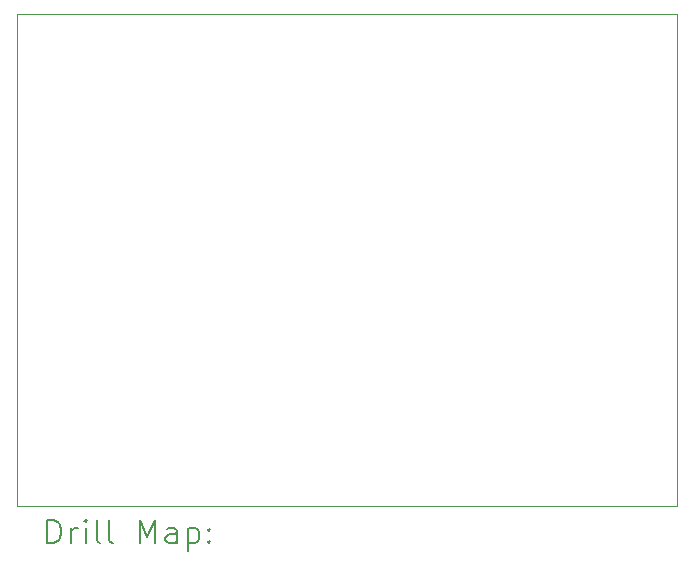
<source format=gbr>
%TF.GenerationSoftware,KiCad,Pcbnew,7.0.10*%
%TF.CreationDate,2024-03-12T12:38:01-06:00*%
%TF.ProjectId,ARXCarrierBoard,41525843-6172-4726-9965-72426f617264,rev?*%
%TF.SameCoordinates,Original*%
%TF.FileFunction,Drillmap*%
%TF.FilePolarity,Positive*%
%FSLAX45Y45*%
G04 Gerber Fmt 4.5, Leading zero omitted, Abs format (unit mm)*
G04 Created by KiCad (PCBNEW 7.0.10) date 2024-03-12 12:38:01*
%MOMM*%
%LPD*%
G01*
G04 APERTURE LIST*
%ADD10C,0.100000*%
%ADD11C,0.200000*%
G04 APERTURE END LIST*
D10*
X16789400Y-6350000D02*
X22377400Y-6350000D01*
X22377400Y-10515600D01*
X16789400Y-10515600D01*
X16789400Y-6350000D01*
D11*
X17045177Y-10832084D02*
X17045177Y-10632084D01*
X17045177Y-10632084D02*
X17092796Y-10632084D01*
X17092796Y-10632084D02*
X17121367Y-10641608D01*
X17121367Y-10641608D02*
X17140415Y-10660655D01*
X17140415Y-10660655D02*
X17149939Y-10679703D01*
X17149939Y-10679703D02*
X17159463Y-10717798D01*
X17159463Y-10717798D02*
X17159463Y-10746370D01*
X17159463Y-10746370D02*
X17149939Y-10784465D01*
X17149939Y-10784465D02*
X17140415Y-10803512D01*
X17140415Y-10803512D02*
X17121367Y-10822560D01*
X17121367Y-10822560D02*
X17092796Y-10832084D01*
X17092796Y-10832084D02*
X17045177Y-10832084D01*
X17245177Y-10832084D02*
X17245177Y-10698750D01*
X17245177Y-10736846D02*
X17254701Y-10717798D01*
X17254701Y-10717798D02*
X17264224Y-10708274D01*
X17264224Y-10708274D02*
X17283272Y-10698750D01*
X17283272Y-10698750D02*
X17302320Y-10698750D01*
X17368986Y-10832084D02*
X17368986Y-10698750D01*
X17368986Y-10632084D02*
X17359463Y-10641608D01*
X17359463Y-10641608D02*
X17368986Y-10651131D01*
X17368986Y-10651131D02*
X17378510Y-10641608D01*
X17378510Y-10641608D02*
X17368986Y-10632084D01*
X17368986Y-10632084D02*
X17368986Y-10651131D01*
X17492796Y-10832084D02*
X17473748Y-10822560D01*
X17473748Y-10822560D02*
X17464224Y-10803512D01*
X17464224Y-10803512D02*
X17464224Y-10632084D01*
X17597558Y-10832084D02*
X17578510Y-10822560D01*
X17578510Y-10822560D02*
X17568986Y-10803512D01*
X17568986Y-10803512D02*
X17568986Y-10632084D01*
X17826129Y-10832084D02*
X17826129Y-10632084D01*
X17826129Y-10632084D02*
X17892796Y-10774941D01*
X17892796Y-10774941D02*
X17959463Y-10632084D01*
X17959463Y-10632084D02*
X17959463Y-10832084D01*
X18140415Y-10832084D02*
X18140415Y-10727322D01*
X18140415Y-10727322D02*
X18130891Y-10708274D01*
X18130891Y-10708274D02*
X18111844Y-10698750D01*
X18111844Y-10698750D02*
X18073748Y-10698750D01*
X18073748Y-10698750D02*
X18054701Y-10708274D01*
X18140415Y-10822560D02*
X18121367Y-10832084D01*
X18121367Y-10832084D02*
X18073748Y-10832084D01*
X18073748Y-10832084D02*
X18054701Y-10822560D01*
X18054701Y-10822560D02*
X18045177Y-10803512D01*
X18045177Y-10803512D02*
X18045177Y-10784465D01*
X18045177Y-10784465D02*
X18054701Y-10765417D01*
X18054701Y-10765417D02*
X18073748Y-10755893D01*
X18073748Y-10755893D02*
X18121367Y-10755893D01*
X18121367Y-10755893D02*
X18140415Y-10746370D01*
X18235653Y-10698750D02*
X18235653Y-10898750D01*
X18235653Y-10708274D02*
X18254701Y-10698750D01*
X18254701Y-10698750D02*
X18292796Y-10698750D01*
X18292796Y-10698750D02*
X18311844Y-10708274D01*
X18311844Y-10708274D02*
X18321367Y-10717798D01*
X18321367Y-10717798D02*
X18330891Y-10736846D01*
X18330891Y-10736846D02*
X18330891Y-10793989D01*
X18330891Y-10793989D02*
X18321367Y-10813036D01*
X18321367Y-10813036D02*
X18311844Y-10822560D01*
X18311844Y-10822560D02*
X18292796Y-10832084D01*
X18292796Y-10832084D02*
X18254701Y-10832084D01*
X18254701Y-10832084D02*
X18235653Y-10822560D01*
X18416605Y-10813036D02*
X18426129Y-10822560D01*
X18426129Y-10822560D02*
X18416605Y-10832084D01*
X18416605Y-10832084D02*
X18407082Y-10822560D01*
X18407082Y-10822560D02*
X18416605Y-10813036D01*
X18416605Y-10813036D02*
X18416605Y-10832084D01*
X18416605Y-10708274D02*
X18426129Y-10717798D01*
X18426129Y-10717798D02*
X18416605Y-10727322D01*
X18416605Y-10727322D02*
X18407082Y-10717798D01*
X18407082Y-10717798D02*
X18416605Y-10708274D01*
X18416605Y-10708274D02*
X18416605Y-10727322D01*
M02*

</source>
